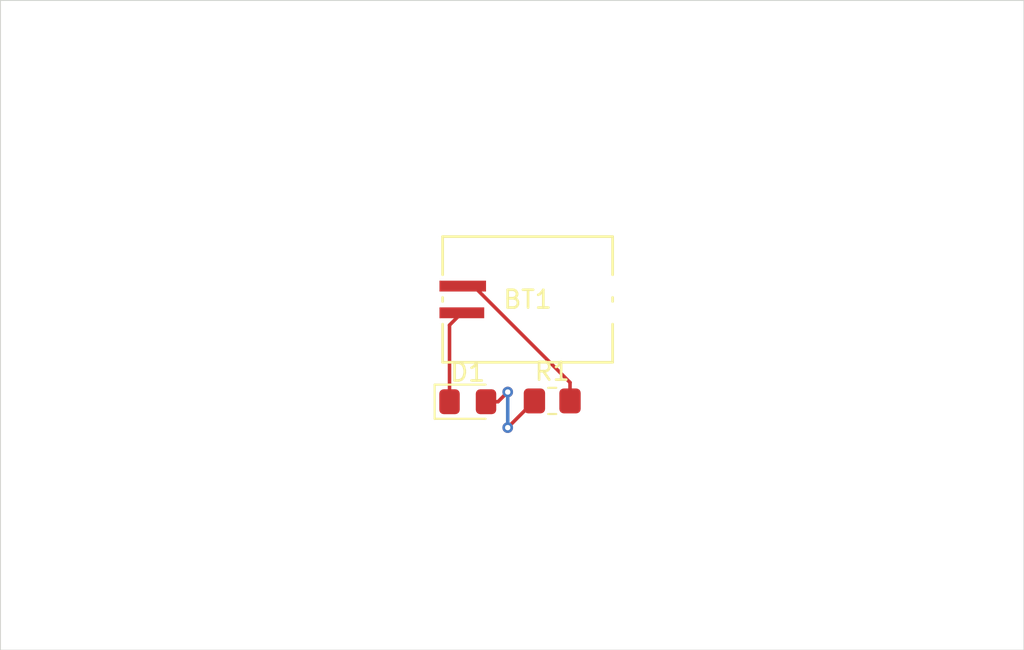
<source format=kicad_pcb>
(kicad_pcb (version 20240108) (generator "pcbnew") (generator_version "8.0")
  (title_block (title "Introductory PCB") (date "2024-10-31") (rev "1.1") (company "Formula Slug"))
  (layers (0 "F.Cu" signal) (31 "B.Cu" signal) (34 "B.Paste" user) (35 "F.Paste" user) (36 "B.SilkS" user "B.Silkscreen") (37 "F.SilkS" user "F.Silkscreen") (38 "B.Mask" user) (39 "F.Mask" user) (44 "Edge.Cuts" user))
  (net 0 "")
  (net 1 "Net-(BT1--)")
  (net 2 "Net-(BT1-+)")
  (net 3 "Net-(D1-A)")
  (footprint "LED_SMD:LED_0805_2012Metric_Pad1.15x1.40mm_HandSolder" (layer "F.Cu") (at 95.255 94.545)
    (property "Reference" "D1" (at 0 -1.65 0) (layer "F.SilkS"))
    (property "Value" "LED")
    (fp_line (start -1.86 -0.96) (end -1.86 0.96) (stroke (width 0.12)) (layer "F.SilkS"))
    (fp_line (start -1.86 0.96) (end 1 0.96) (stroke (width 0.12)) (layer "F.SilkS"))
    (fp_line (start 1 -0.96) (end -1.86 -0.96) (stroke (width 0.12)) (layer "F.SilkS"))
    (pad "1" smd roundrect (at -1.025 0) (size 1.15 1.4) (layers "F.Cu" "F.Paste" "F.Mask") (roundrect_rratio 0.217391) (net 1 "Net-(BT1--)"))
    (pad "2" smd roundrect (at 1.025 0) (size 1.15 1.4) (layers "F.Cu" "F.Paste" "F.Mask") (roundrect_rratio 0.217391) (net 3 "Net-(D1-A)"))
  )
  (footprint "FS_3_Global_Footprint_Library:MS621FE-FL11E_SEC" (layer "F.Cu") (at 98.6182 88.7988)
    (property "Reference" "BT1" (at 0 0 0) (layer "F.SilkS"))
    (property "Value" "Battery_Cell")
    (fp_line (start -4.7752 -3.5306) (end -4.7752 -1.387541) (stroke (width 0.1524)) (layer "F.SilkS"))
    (fp_line (start -4.7752 -0.112461) (end -4.7752 0.112461) (stroke (width 0.1524)) (layer "F.SilkS"))
    (fp_line (start -4.7752 1.387541) (end -4.7752 3.5306) (stroke (width 0.1524)) (layer "F.SilkS"))
    (fp_line (start -4.7752 3.5306) (end 4.7752 3.5306) (stroke (width 0.1524)) (layer "F.SilkS"))
    (fp_line (start 4.7752 -3.5306) (end -4.7752 -3.5306) (stroke (width 0.1524)) (layer "F.SilkS"))
    (fp_line (start 4.7752 -1.387541) (end 4.7752 -3.5306) (stroke (width 0.1524)) (layer "F.SilkS"))
    (fp_line (start 4.7752 0.112461) (end 4.7752 -0.112461) (stroke (width 0.1524)) (layer "F.SilkS"))
    (fp_line (start 4.7752 3.5306) (end 4.7752 1.387541) (stroke (width 0.1524)) (layer "F.SilkS"))
    (pad "1" smd rect (at -3.6449 -0.750001) (size 2.6162 0.6096) (layers "F.Cu" "F.Paste" "F.Mask") (net 2 "Net-(BT1-+)"))
    (pad "2" smd rect (at -3.6957 0.750001) (size 2.5146 0.6096) (layers "F.Cu" "F.Paste" "F.Mask") (net 1 "Net-(BT1--)"))
  )
  (footprint "Resistor_SMD:R_0805_2012Metric_Pad1.20x1.40mm_HandSolder" (layer "F.Cu") (at 100 94.5)
    (property "Reference" "R1" (at 0 -1.65 0) (layer "F.SilkS"))
    (property "Value" "R")
    (fp_line (start -0.227064 -0.735) (end 0.227064 -0.735) (stroke (width 0.12)) (layer "F.SilkS"))
    (fp_line (start -0.227064 0.735) (end 0.227064 0.735) (stroke (width 0.12)) (layer "F.SilkS"))
    (pad "1" smd roundrect (at -1 0) (size 1.2 1.4) (layers "F.Cu" "F.Paste" "F.Mask") (roundrect_rratio 0.208333) (net 3 "Net-(D1-A)"))
    (pad "2" smd roundrect (at 1 0) (size 1.2 1.4) (layers "F.Cu" "F.Paste" "F.Mask") (roundrect_rratio 0.208333) (net 2 "Net-(BT1-+)"))
  )
  (gr_rect (start 69 72) (end 126.5 108.5) (stroke (width 0.05)) (fill none) (layer "Edge.Cuts"))
  (segment (start 94.23 90.241301) (end 94.23 94.545) (width 0.2) (layer "F.Cu") (net 1))
  (segment (start 94.9225 89.548801) (end 94.23 90.241301) (width 0.2) (layer "F.Cu") (net 1))
  (segment (start 101 93.464201) (end 101 94.5) (width 0.2) (layer "F.Cu") (net 2))
  (segment (start 95.584598 88.048799) (end 101 93.464201) (width 0.2) (layer "F.Cu") (net 2))
  (segment (start 94.9733 88.048799) (end 95.584598 88.048799) (width 0.2) (layer "F.Cu") (net 2))
  (segment (start 96.955 94.545) (end 97.5 94) (width 0.2) (layer "F.Cu") (net 3))
  (segment (start 97.5 96) (end 99 94.5) (width 0.2) (layer "F.Cu") (net 3))
  (segment (start 96.28 94.545) (end 96.955 94.545) (width 0.2) (layer "F.Cu") (net 3))
  (via (at 97.5 94) (size 0.6) (drill 0.3) (layers "F.Cu" "B.Cu") (net 3))
  (via (at 97.5 96) (size 0.6) (drill 0.3) (layers "F.Cu" "B.Cu") (net 3))
  (segment (start 97.5 94) (end 97.5 96) (width 0.2) (layer "B.Cu") (net 3))
)
</source>
